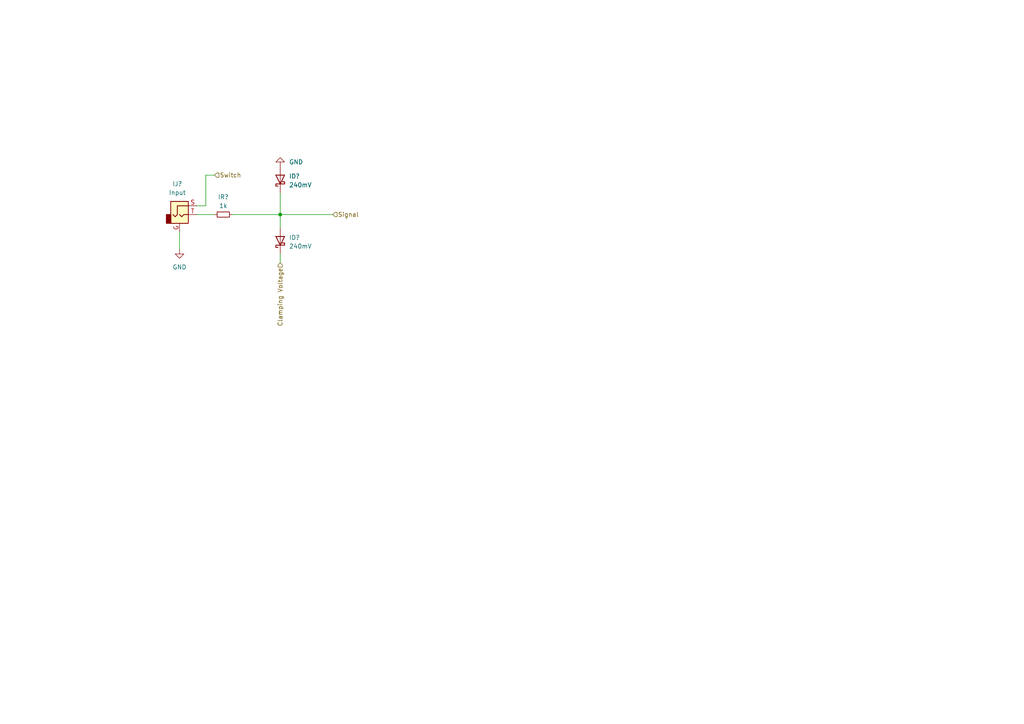
<source format=kicad_sch>
(kicad_sch (version 20211123) (generator eeschema)
  (paper "A4")
  (lib_symbols
    (symbol "Connector:AudioJack2_Ground"
      (property "Reference" "J" (at 0 8.89 0))
      (property "Value" "AudioJack2_Ground" (at 0 6.35 0))
      (symbol "AudioJack2_Ground_0_1"
        (rectangle (start -2.54 -2.54) (end -3.81 0) (stroke (width 0.254)) (fill (type outline)))
        (polyline (pts (xy 0 0) (xy 0.635 -0.635) (xy 1.27 0) (xy 2.54 0)) (stroke (width 0.254)))
        (polyline (pts (xy 2.54 2.54) (xy -0.635 2.54) (xy -0.635 0) (xy -1.27 -0.635) (xy -1.905 0)) (stroke (width 0.254)))
        (rectangle (start 2.54 3.81) (end -2.54 -2.54) (stroke (width 0.254)) (fill (type background)))
      )
      (symbol "AudioJack2_Ground_1_1"
        (pin passive line (at 0 -5.08 90) (length 2.54) (name "~") (number "G"))
        (pin passive line (at 5.08 2.54 180) (length 2.54) (name "~") (number "S"))
        (pin passive line (at 5.08 0 180) (length 2.54) (name "~") (number "T"))
      )
    )
    (symbol "Device:D_Schottky" (pin_numbers hide) (pin_names (offset 1.016) hide)
      (property "Reference" "D" (at 0 2.54 0))
      (property "Value" "D_Schottky" (at 0 -2.54 0))
      (symbol "D_Schottky_0_1"
        (polyline (pts (xy 1.27 0) (xy -1.27 0)))
        (polyline (pts (xy 1.27 1.27) (xy 1.27 -1.27) (xy -1.27 0) (xy 1.27 1.27)) (stroke (width 0.254)))
        (polyline (pts (xy -1.905 0.635) (xy -1.905 1.27) (xy -1.27 1.27) (xy -1.27 -1.27) (xy -0.635 -1.27) (xy -0.635 -0.635)) (stroke (width 0.254)))
      )
      (symbol "D_Schottky_1_1"
        (pin passive line (at -3.81 0 0) (length 2.54) (name "K") (number "1"))
        (pin passive line (at 3.81 0 180) (length 2.54) (name "A") (number "2"))
      )
    )
    (symbol "Device:R_Small" (pin_numbers hide) (pin_names (offset 0.254) hide)
      (property "Reference" "R" (at 0.762 0.508 0))
      (property "Value" "R_Small" (at 0.762 -1.016 0))
      (symbol "R_Small_0_1"
        (rectangle (start -0.762 1.778) (end 0.762 -1.778) (stroke (width 0.2032)))
      )
      (symbol "R_Small_1_1"
        (pin passive line (at 0 2.54 270) (length 0.762) (name "~") (number "1"))
        (pin passive line (at 0 -2.54 90) (length 0.762) (name "~") (number "2"))
      )
    )
    (symbol "power:GND" (power) (pin_names (offset 0))
      (property "Value" "GND" (at 0 -3.81 0))
      (symbol "GND_0_1"
        (polyline (pts (xy 0 0) (xy 0 -1.27) (xy 1.27 -1.27) (xy 0 -2.54) (xy -1.27 -1.27) (xy 0 -1.27)))
      )
      (symbol "GND_1_1"
        (pin power_in line (at 0 0 270) (length 0) hide (name "GND") (number "1"))
      )
    )
  )
  (junction (at 81.28 62.23))
  (wire (pts (xy 81.28 62.23) (xy 81.28 66.04)))
  (wire (pts (xy 67.31 62.23) (xy 81.28 62.23)))
  (wire (pts (xy 59.69 59.69) (xy 59.69 50.8)))
  (wire (pts (xy 81.28 62.23) (xy 96.52 62.23)))
  (wire (pts (xy 81.28 73.66) (xy 81.28 76.2)))
  (wire (pts (xy 57.15 62.23) (xy 62.23 62.23)))
  (wire (pts (xy 52.07 67.31) (xy 52.07 72.39)))
  (wire (pts (xy 59.69 50.8) (xy 62.23 50.8)))
  (wire (pts (xy 57.15 59.69) (xy 59.69 59.69)))
  (wire (pts (xy 81.28 55.88) (xy 81.28 62.23)))
  (hierarchical_label "Signal" (shape input) (at 96.52 62.23 0))
  (hierarchical_label "Switch" (shape input) (at 62.23 50.8 0))
  (hierarchical_label "Clamping Voltage" (shape input) (at 81.28 76.2 270))
  (symbol (lib_id "Connector:AudioJack2_Ground") (at 52.07 62.23 0) (unit 1)
    (property "Reference" "IJ?" (at 51.435 53.34 0))
    (property "Value" "Input" (at 51.435 55.88 0))
    (property "Footprint" "Perfboard:3.5mm Jack Perfboard" (effects hide))
  )
  (symbol (lib_id "Device:D_Schottky") (at 81.28 69.85 90) (unit 1)
    (property "Reference" "ID?" (at 83.82 68.8974 90) (effects (justify right)))
    (property "Value" "240mV" (at 83.82 71.4374 90) (effects (justify right)))
    (property "Footprint" "Diode_SMD:D_SOD-123F" (effects hide))
  )
  (symbol (lib_id "power:GND") (at 52.07 72.39 0) (unit 1)
    (property "Reference" "#PWR?" (effects hide))
    (property "Value" "GND" (at 52.07 77.47 0))
  )
  (symbol (lib_id "power:GND") (at 81.28 48.26 180) (unit 1)
    (property "Reference" "#PWR?" (effects hide))
    (property "Value" "GND" (at 83.82 46.9899 0) (effects (justify right)))
  )
  (symbol (lib_id "Device:R_Small") (at 64.77 62.23 90) (unit 1)
    (property "Reference" "IR?" (at 64.77 57.15 90))
    (property "Value" "1k" (at 64.77 59.69 90))
    (property "Footprint" "Resistor_SMD:R_1206_3216Metric_Pad1.30x1.75mm_HandSolder" (effects hide))
  )
  (symbol (lib_id "Device:D_Schottky") (at 81.28 52.07 90) (unit 1)
    (property "Reference" "ID?" (at 83.82 51.1174 90) (effects (justify right)))
    (property "Value" "240mV" (at 83.82 53.6574 90) (effects (justify right)))
    (property "Footprint" "Diode_SMD:D_SOD-123F" (effects hide))
  )
)
</source>
